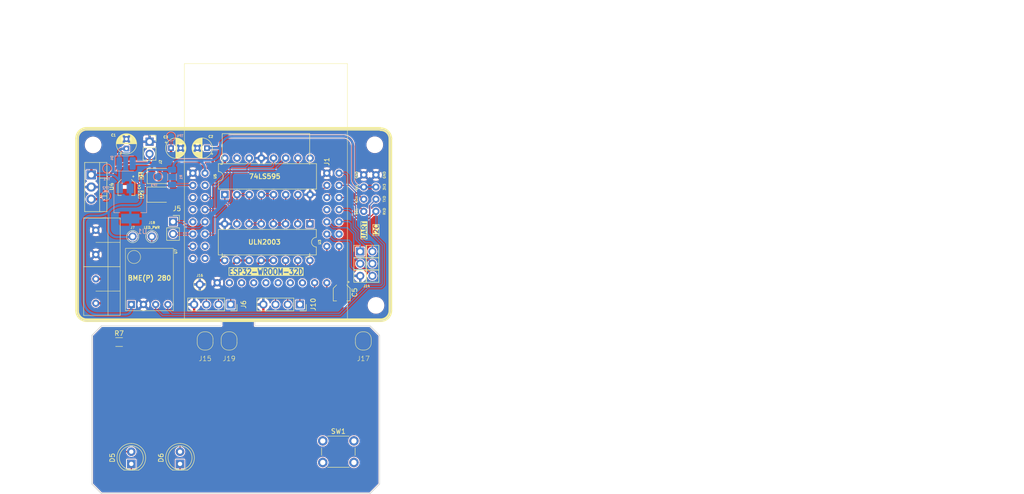
<source format=kicad_pcb>
(kicad_pcb (version 20240108) (generator "pcbnew") (generator_version "8.0")
  (layers (0 "F.Cu" signal) (31 "B.Cu" signal) (34 "B.Paste" user) (35 "F.Paste" user) (36 "B.SilkS" user "B.Silkscreen") (37 "F.SilkS" user "F.Silkscreen") (38 "B.Mask" user) (39 "F.Mask" user) (44 "Edge.Cuts" user))
  (net 0 "")
  (net 1 "GND")
  (net 2 "+3V3")
  (net 3 "+5V")
  (net 4 "/RXD")
  (net 5 "/TXD")
  (net 6 "/SDA")
  (net 7 "/OUT2")
  (net 8 "/SCL")
  (net 9 "/OUT1")
  (net 10 "/EN")
  (net 11 "/SOURCE2")
  (net 12 "/SOURCE1")
  (net 13 "/SOURCE3")
  (net 14 "/VDC")
  (net 15 "/DAC1")
  (net 16 "/DAC2")
  (net 17 "/GPIO13")
  (net 18 "/GPIO19")
  (net 19 "/GPIO17")
  (net 20 "/GPIO5")
  (net 21 "/GPIO18")
  (net 22 "/GPIO36")
  (net 23 "/ADC2_CH3")
  (net 24 "/SD_DATA1")
  (net 25 "/SD_DATA2")
  (net 26 "/SD_CLK")
  (net 27 "/SD_CMD")
  (net 28 "/SD_DATA3")
  (net 29 "/ADC2_CH0")
  (net 30 "/GPIO23")
  (net 31 "/SD_DATA0")
  (net 32 "/ADC2_CH2")
  (net 33 "/BOOT")
  (net 34 "/GPIO39")
  (net 35 "/SOURCE4")
  (net 36 "/SOURCE5")
  (net 37 "/SIPO_DATA")
  (net 38 "/SIPO_CLK")
  (net 40 "/SIPO_LATCH")
  (net 41 "/GPIO14")
  (net 43 "/I3")
  (net 44 "/I6")
  (net 45 "/I7")
  (net 46 "/I5")
  (net 47 "/OUT3")
  (net 48 "/VIN")
  (net 49 "/I1")
  (net 52 "Net-(D5-Pad1)")
  (net 53 "Net-(J15-Pin_1)")
  (net 54 "Net-(J19-Pin_1)")
  (net 55 "/GPIO_33")
  (footprint "Capacitor_THT:CP_Radial_D4.0mm_P2.00mm" (layer "F.Cu") (at 107 44.2 180)
    (property "Reference" "C2")
    (property "Value" "1uF")
  )
  (footprint "LED_SMD:LED_1210_3225Metric_Pad1.42x2.65mm_HandSolder" (layer "F.Cu") (at 96.9525 53.9)
    (property "Reference" "D2")
    (property "Value" "STATUS")
  )
  (footprint "Capacitor_SMD:CP_Elec_3x5.3" (layer "F.Cu") (at 90.2 52.3 -90)
    (property "Reference" "C4")
    (property "Value" "0.1uF")
  )
  (footprint "Resistor_SMD:R_1206_3216Metric_Pad1.30x1.75mm_HandSolder" (layer "F.Cu") (at 88.68 84.65)
    (property "Reference" "R7")
    (property "Value" "4K7")
  )
  (footprint "LED_THT:LED_D5.0mm" (layer "F.Cu") (at 101.38 110.05 90)
    (property "Reference" "D6")
    (property "Value" "LED_STATUS")
  )
  (footprint "Button_Switch_THT:SW_PUSH_6mm" (layer "F.Cu") (at 131.15 105.26)
    (property "Reference" "SW1")
    (property "Value" "SW_Push")
  )
  (footprint "Alexander Footprint Library:Pad_1x01_P2.54_SMD" (layer "F.Cu") (at 111.612 88.598)
    (property "Reference" "J19")
    (property "Value" "LED_PWR")
  )
  (footprint "Alexander Footprints Library:ESP32-WROOM-Adapter-Socket-2" (layer "F.Cu") (at 119.3 57.04)
    (property "Reference" "J1")
    (property "Value" "~")
  )
  (footprint "Alexander Footprint Library:Pad_1x01_P2.54_SMD" (layer "F.Cu") (at 106.612 88.598)
    (property "Reference" "J15")
    (property "Value" "LED_PWR")
  )
  (footprint "MountingHole:MountingHole_3mm" (layer "F.Cu") (at 142 43.5)
    (property "Reference" "H1" (hide yes))
    (property "Value" "MountingHole_Pad")
  )
  (footprint "MountingHole:MountingHole_3mm" (layer "F.Cu") (at 83.25 43.53)
    (property "Reference" "H2" (hide yes))
    (property "Value" "MountingHole_Pad")
  )
  (footprint "Package_DIP:DIP-16_W7.62mm" (layer "F.Cu") (at 128.475 60 -90)
    (property "Reference" "U3")
    (property "Value" "ULN2003")
  )
  (footprint "Alexander Footprints Library:Conn_Terminal_5mm" (layer "F.Cu") (at 83.82 53.69)
    (property "Reference" "J9" (hide yes))
    (property "Value" "Conn_01x02_Socket")
  )
  (footprint "Alexander Footprint Library:Pad_1x01_P2.54_SMD" (layer "F.Cu") (at 139.612 88.598)
    (property "Reference" "J17")
    (property "Value" "GND")
  )
  (footprint "Package_DIP:DIP-16_W7.62mm" (layer "F.Cu") (at 110.725 53.9 90)
    (property "Reference" "U5")
    (property "Value" "74LS595")
  )
  (footprint "Alexander Footprint Library:PinSocket_1x01_P2.54" (layer "F.Cu") (at 91.5 65.19)
    (property "Reference" "J7")
    (property "Value" "LED_PWR")
  )
  (footprint "Connector_PinSocket_2.54mm:PinSocket_1x02_P2.54mm_Vertical" (layer "F.Cu") (at 95.025 42.85)
    (property "Reference" "J2")
    (property "Value" "PWR")
  )
  (footprint "Connector_PinSocket_2.54mm:PinSocket_1x04_P2.54mm_Vertical" (layer "F.Cu") (at 111.94 76.8 -90)
    (property "Reference" "J6")
    (property "Value" "SOURCE")
  )
  (footprint "Connector_PinSocket_2.54mm:PinSocket_1x04_P2.54mm_Vertical" (layer "F.Cu") (at 126.38 76.8 -90)
    (property "Reference" "J10")
    (property "Value" "ADC")
  )
  (footprint "Capacitor_SMD:CP_Elec_3x5.3" (layer "F.Cu") (at 135.1 74.3 -90)
    (property "Reference" "C5")
    (property "Value" "0.1uF")
  )
  (footprint "Capacitor_THT:CP_Radial_D4.0mm_P2.00mm" (layer "F.Cu") (at 99.5 44.2)
    (property "Reference" "C3")
    (property "Value" "1uF")
  )
  (footprint "Alexander Footprint Library:PinSocket_1x01_P2.54" (layer "F.Cu") (at 95.5 65.19)
    (property "Reference" "J18")
    (property "Value" "LED_PWR")
  )
  (footprint "Connector_PinSocket_2.54mm:PinSocket_1x02_P2.54mm_Vertical" (layer "F.Cu") (at 99.925 59.55)
    (property "Reference" "J5")
    (property "Value" "DAC")
  )
  (footprint "Alexander Footprint Library:CONN_2x3" (layer "F.Cu") (at 138.96 60.68)
    (property "Reference" "J14")
    (property "Value" "GPIO")
  )
  (footprint "Alexander Footprints Library:Conn_UART" (layer "F.Cu") (at 139.7 42.15)
    (property "Reference" "J3" (hide yes))
    (property "Value" "UART")
  )
  (footprint "Alexander Footprint Library:PinSocket_1x01_P2.54" (layer "F.Cu") (at 105.5 75.19)
    (property "Reference" "J16")
    (property "Value" "GND")
  )
  (footprint "Capacitor_THT:CP_Radial_D4.0mm_P2.00mm" (layer "F.Cu") (at 90.2 44.3 90)
    (property "Reference" "C1")
    (property "Value" "1uF")
  )
  (footprint "Alexander Footprint Library:BME280_BMP280_I2C" (layer "F.Cu") (at 90 78.1 90)
    (property "Reference" "U7")
    (property "Value" "BME(P)280")
  )
  (footprint "Alexander Footprints Library:LD1117" (layer "F.Cu") (at 82.855 49.77 -90)
    (property "Reference" "U4")
    (property "Value" "L7805")
  )
  (footprint "Alexander Footprints Library:Conn_I2C" (layer "F.Cu") (at 142.24 42.15)
    (property "Reference" "J4" (hide yes))
    (property "Value" "I2C")
  )
  (footprint "LED_THT:LED_D5.0mm" (layer "F.Cu") (at 91.22 110.05 90)
    (property "Reference" "D5")
    (property "Value" "LED_PWR")
  )
  (footprint "LED_SMD:LED_1210_3225Metric_Pad1.42x2.65mm_HandSolder" (layer "F.Cu") (at 97 50)
    (property "Reference" "D1")
    (property "Value" "PWR")
  )
  (footprint "MountingHole:MountingHole_3mm" (layer "F.Cu") (at 142.25 77)
    (property "Reference" "H4" (hide yes))
    (property "Value" "MountingHole_Pad")
  )
  (footprint "Alexander Footprints Library:Conn_Terminal_5mm" (layer "F.Cu") (at 83.82 63.85)
    (property "Reference" "J8" (hide yes))
    (property "Value" "Conn_01x02_Socket")
  )
  (footprint "TestPoint:TestPoint_Pad_D1.5mm" (layer "B.Cu") (at 99.5 41.75 180)
    (property "Reference" "TP4")
    (property "Value" "5V")
  )
  (footprint "TestPoint:TestPoint_Pad_D1.5mm" (layer "B.Cu") (at 96.8 50.15 180)
    (property "Reference" "TP3")
    (property "Value" "3V3")
  )
  (footprint "Resistor_SMD:R_1206_3216Metric_Pad1.30x1.75mm_HandSolder" (layer "B.Cu") (at 99.7 50.25 -90)
    (property "Reference" "R1")
    (property "Value" "10K")
  )
  (footprint "Diode_SMD:D_1210_3225Metric" (layer "B.Cu") (at 90.1 47.4)
    (property "Reference" "D4")
    (property "Value" "D")
  )
  (footprint "TestPoint:TestPoint_Pad_D1.5mm" (layer "B.Cu") (at 86.2 48.45 180)
    (property "Reference" "TP1")
    (property "Value" "VIN")
  )
  (footprint "TestPoint:TestPoint_Pad_D1.5mm" (layer "B.Cu") (at 85.9 54.15 180)
    (property "Reference" "TP2")
    (property "Value" "GND")
  )
  (footprint "Package_TO_SOT_SMD:SOT-223-3_TabPin2" (layer "B.Cu") (at 91 55.75 -90)
    (property "Reference" "U1")
    (property "Value" "MAX1726EUK33")
  )
  (gr_line (start 145.25 42.11421) (end 145.25 78.085782) (stroke (width 0.75)) (layer "F.SilkS"))
  (gr_line (start 81.914218 40.164218) (end 143.08579 40.164218) (stroke (width 0.75)) (layer "F.SilkS"))
  (gr_arc (start 145.25 78.085782) (mid 144.66422 79.500007) (end 143.25 80.085782) (stroke (width 0.75)) (layer "F.SilkS"))
  (gr_line (start 79.914218 42.11421) (end 79.914218 78.085782) (stroke (width 0.75)) (layer "F.SilkS"))
  (gr_arc (start 81.914218 80.085782) (mid 80.499999 79.500001) (end 79.914218 78.085782) (stroke (width 0.75)) (layer "F.SilkS"))
  (gr_arc (start 143.25 40.25) (mid 144.664214 40.835786) (end 145.25 42.25) (stroke (width 0.75)) (layer "F.SilkS"))
  (gr_arc (start 79.914218 42.164218) (mid 80.499999 40.749999) (end 81.914218 40.164218) (stroke (width 0.75)) (layer "F.SilkS"))
  (gr_line (start 81.914214 80.085782) (end 143.085786 80.085782) (stroke (width 0.75)) (layer "F.SilkS"))
  (gr_line (start 141 81.25) (end 143 83.25) (stroke (width 0.15)) (layer "Edge.Cuts"))
  (gr_line (start 82.014214 80.235786) (end 110 80.25) (stroke (width 0.1)) (layer "Edge.Cuts"))
  (gr_line (start 80 42.25) (end 80.014214 78.235786) (stroke (width 0.1)) (layer "Edge.Cuts"))
  (gr_line (start 85 81.25) (end 83 83.25) (stroke (width 0.15)) (layer "Edge.Cuts"))
  (gr_line (start 85 81.25) (end 110 81.25) (stroke (width 0.1)) (layer "Edge.Cuts"))
  (gr_line (start 141 81.25) (end 117 81.25) (stroke (width 0.1)) (layer "Edge.Cuts"))
  (gr_arc (start 143.185786 40.264214) (mid 144.600004 40.849996) (end 145.185786 42.264214) (stroke (width 0.1)) (layer "Edge.Cuts"))
  (gr_line (start 117 80.25) (end 143.185786 80.235786) (stroke (width 0.1)) (layer "Edge.Cuts"))
  (gr_arc (start 82.014214 80.235786) (mid 80.599996 79.650004) (end 80.014214 78.235786) (stroke (width 0.1)) (layer "Edge.Cuts"))
  (gr_line (start 145.185786 42.264214) (end 145.185786 78.235786) (stroke (width 0.1)) (layer "Edge.Cuts"))
  (gr_line (start 83 114.25) (end 85 116.25) (stroke (width 0.15)) (layer "Edge.Cuts"))
  (gr_arc (start 80 42.25) (mid 80.585786 40.835786) (end 82 40.25) (stroke (width 0.1)) (layer "Edge.Cuts"))
  (gr_line (start 143 83.25) (end 143 114.25) (stroke (width 0.15)) (layer "Edge.Cuts"))
  (gr_line (start 141 116.25) (end 85 116.25) (stroke (width 0.15)) (layer "Edge.Cuts"))
  (gr_line (start 83 83.25) (end 83 114.25) (stroke (width 0.15)) (layer "Edge.Cuts"))
  (gr_line (start 110 81.25) (end 110 80.25) (stroke (width 0.1)) (layer "Edge.Cuts"))
  (gr_arc (start 145.185786 78.235786) (mid 144.600004 79.650004) (end 143.185786 80.235786) (stroke (width 0.1)) (layer "Edge.Cuts"))
  (gr_line (start 117 81.25) (end 117 80.25) (stroke (width 0.1)) (layer "Edge.Cuts"))
  (gr_line (start 143.185786 40.264214) (end 82 40.25) (stroke (width 0.1)) (layer "Edge.Cuts"))
  (gr_line (start 143 114.25) (end 141 116.25) (stroke (width 0.15)) (layer "Edge.Cuts"))
  (gr_text "74LS595" (at 119.057143 50.1 0) (layer "F.SilkS") (effects (font (size 1 1) (thickness 0.2) (bold yes))))
  (gr_text "ULN2003" (at 115.5 64.374 0) (layer "F.SilkS") (effects (font (size 1 1) (thickness 0.2) (bold yes)) (justify left bottom)))
  (segment (start 84.21 66) (end 83.82 66.39) (width 0.5) (layer "F.Cu") (net 1))
  (segment (start 101.5 48.103553) (end 101.5 49.573223) (width 0.25) (layer "F.Cu") (net 2))
  (segment (start 105.575735 47.25) (end 102.353553 47.25) (width 0.25) (layer "F.Cu") (net 2))
  (segment (start 106.6 48.274264) (end 106.6 49.42) (width 0.25) (layer "F.Cu") (net 2))
  (segment (start 138.021593 51.871593) (end 137.93 51.78) (width 0.5) (layer "F.Cu") (net 2))
  (segment (start 108.946446 44.2) (end 107 44.2) (width 0.5) (layer "F.Cu") (net 2))
  (segment (start 109.8 43.346446) (end 109.8 43.15) (width 0.5) (layer "F.Cu") (net 2))
  (segment (start 137.4 50.500466) (end 137.4 43.627817) (width 0.5) (layer "F.Cu") (net 2))
  (segment (start 101.073223 50) (end 98.4875 50) (width 0.25) (layer "F.Cu") (net 2))
  (segment (start 139.08 52.31) (end 139.7 52.31) (width 0.5) (layer "F.Cu") (net 2))
  (segment (start 110.188908 42.211091) (end 110.225 42.175) (width 0.5) (layer "F.Cu") (net 2))
  (segment (start 135.522182 41.75) (end 111.25104 41.75) (width 0.5) (layer "F.Cu") (net 2))
  (arc (start 106.3 47.55) (mid 105.967704 47.327967) (end 105.575735 47.25) (width 0.25) (layer "F.Cu") (net 2))
  (arc (start 101.5 49.573223) (mid 101.467513 49.736543) (end 101.375 49.875) (width 0.25) (layer "F.Cu") (net 2))
  (arc (start 111.25104 41.75) (mid 110.695751 41.860453) (end 110.225 42.175) (width 0.5) (layer "F.Cu") (net 2))
  (arc (start 110.188908 42.211091) (mid 109.901073 42.641866) (end 109.8 43.15) (width 0.5) (layer "F.Cu") (net 2))
  (arc (start 138.021593 51.871593) (mid 138.507194 52.196061) (end 139.08 52.31) (width 0.5) (layer "F.Cu") (net 2))
  (arc (start 102.353553 47.25) (mid 102.026912 47.314972) (end 101.75 47.5) (width 0.25) (layer "F.Cu") (net 2))
  (arc (start 109.8 43.346446) (mid 109.735027 43.673087) (end 109.55 43.95) (width 0.5) (layer "F.Cu") (net 2))
  (arc (start 106.3 47.55) (mid 106.522032 47.882295) (end 106.6 48.274264) (width 0.25) (layer "F.Cu") (net 2))
  (arc (start 109.55 43.95) (mid 109.273087 44.135027) (end 108.946446 44.2) (width 0.5) (layer "F.Cu") (net 2))
  (arc (start 136.85 42.3) (mid 137.257059 42.909207) (end 137.4 43.627817) (width 0.5) (layer "F.Cu") (net 2))
  (arc (start 101.75 47.5) (mid 101.564972 47.776912) (end 101.5 48.103553) (width 0.25) (layer "F.Cu") (net 2))
  (arc (start 101.375 49.875) (mid 101.236543 49.967513) (end 101.073223 50) (width 0.25) (layer "F.Cu") (net 2))
  (arc (start 137.4 50.500466) (mid 137.537742 51.192944) (end 137.93 51.78) (width 0.5) (layer "F.Cu") (net 2))
  (arc (start 136.85 42.3) (mid 136.240792 41.89294) (end 135.522182 41.75) (width 0.5) (layer "F.Cu") (net 2))
  (segment (start 96.075 48.7) (end 97.525 48.7) (width 0.5) (layer "B.Cu") (net 2))
  (segment (start 109.408578 44.2) (end 107 44.2) (width 0.5) (layer "B.Cu") (net 2))
  (segment (start 81.3 75.997918) (end 81.3 59.75104) (width 0.5) (layer "B.Cu") (net 2))
  (segment (start 93.3 54.905025) (end 93.3 52.6) (width 0.5) (layer "B.Cu") (net 2))
  (segment (start 100 48.7) (end 100 48.03033) (width 0.5) (layer "B.Cu") (net 2))
  (segment (start 139.13 52.31) (end 139.7 52.31) (width 0.5) (layer "B.Cu") (net 2))
  (segment (start 138.156949 51.906949) (end 138.03 51.78) (width 0.5) (layer "B.Cu") (net 2))
  (segment (start 106.6 48.627817) (end 106.6 49.299791) (width 0.5) (layer "B.Cu") (net 2))
  (segment (start 84.202081 78.9) (end 89.990883 78.9) (width 0.5) (layer "B.Cu") (net 2))
  (segment (start 109.75 43.858578) (end 109.75 44.141421) (width 0.5) (layer "B.Cu") (net 2))
  (segment (start 104.722182 46.75) (end 106.277817 46.75) (width 0.5) (layer "B.Cu") (net 2))
  (segment (start 139.7 52.31) (end 142.24 52.31) (width 0.5) (layer "B.Cu") (net 2))
  (segment (start 137.5 50.500466) (end 137.5 43.883883) (width 0.5) (layer "B.Cu") (net 2))
  (segment (start 88.207106 62.75) (end 91.5 62.75) (width 0.5) (layer "B.Cu") (net 2))
  (segment (start 86.5 61.042893) (end 86.5 57.5) (width 0.5) (layer "B.Cu") (net 2))
  (segment (start 91.22 77.670883) (end 91.22 76.8) (width 0.5) (layer "B.Cu") (net 2))
  (segment (start 89.455634 56.1) (end 92.105025 56.1) (width 0.5) (layer "B.Cu") (net 2))
  (segment (start 96.075 48.7) (end 95.177817 48.7) (width 0.5) (layer "B.Cu") (net 2))
  (segment (start 104.722182 46.75) (end 101.28033 46.75) (width 0.5) (layer "B.Cu") (net 2))
  (segment (start 109.149999 46.149999) (end 109.201992 46.098007) (width 0.5) (layer "B.Cu") (net 2))
  (segment (start 96.8 49.425) (end 96.8 50.15) (width 0.25) (layer "B.Cu") (net 2))
  (segment (start 109.75 43.625) (end 109.75 43.858578) (width 0.5) (layer "B.Cu") (net 2))
  (segment (start 106.277817 46.75) (end 107.701471 46.75) (width 0.5) (layer "B.Cu") (net 2))
  (segment (start 110.015165 42.984834) (end 110.5 42.5) (width 0.5) (layer "B.Cu") (net 2))
  (segment (start 93.3 52.6) (end 93.3 50.577817) (width 0.5) (layer "B.Cu") (net 2))
  (segment (start 82.75104 58.3) (end 84.144365 58.3) (width 0.5) (layer "B.Cu") (net 2))
  (segment (start 106.685 49.335) (end 106.77 49.25) (width 0.5) (layer "B.Cu") (net 2))
  (segment (start 109.75 44.775) (end 109.75 44.141421) (width 0.5) (layer "B.Cu") (net 2))
  (segment (start 112.31066 41.75) (end 135.366116 41.75) (width 0.5) (layer "B.Cu") (net 2))
  (segment (start 100 48.7) (end 97.525 48.7) (width 0.5) (layer "B.Cu") (net 2))
  (arc (start 136.875 42.375) (mid 137.337567 43.067281) (end 137.5 43.883883) (width 0.5) (layer "B.Cu") (net 2))
  (arc (start 137.5 50.500466) (mid 137.637742 51.192944) (end 138.03 51.78) (width 0.5) (layer "B.Cu") (net 2))
  (arc (start 93.3 54.905025) (mid 93.209037 55.362322) (end 92.95 55.75) (width 0.5) (layer "B.Cu") (net 2))
  (arc (start 86.8 57.2) (mid 85.581584 58.014119) (end 84.144365 58.3) (width 0.5) (layer "B.Cu") (net 2))
  (arc (start 106.6 49.299791) (mid 106.630737 49.345793) (end 106.685 49.335) (width 0.5) (layer "B.Cu") (net 2))
  (arc (start 89.455634 56.1) (mid 88.018415 56.38588) (end 86.8 57.2) (width 0.5) (layer "B.Cu") (net 2))
  (arc (start 86.5 61.042893) (mid 86.629945 61.696174) (end 87 62.25) (width 0.5) (layer "B.Cu") (net 2))
  (arc (start 82.75104 58.3) (mid 82.195751 58.410453) (end 81.725 58.725) (width 0.5) (layer "B.Cu") (net 2))
  (arc (start 92.95 55.75) (mid 92.562322 56.009037) (end 92.105025 56.1) (width 0.5) (layer "B.Cu") (net 2))
  (arc (start 95.177817 48.7) (mid 94.459207 48.84294) (end 93.85 49.25) (width 0.5) (layer "B.Cu") (net 2))
  (arc (start 96.8 49.425) (mid 96.587652 48.912347) (end 96.075 48.7) (width 0.25) (layer "B.Cu") (net 2))
  (arc (start 82.15 78.05) (mid 83.091502 78.679092) (end 84.202081 78.9) (width 0.5) (layer "B.Cu") (net 2))
  (arc (start 110.015165 42.984834) (mid 109.818914 43.278544) (end 109.75 43.625) (width 0.5) (layer "B.Cu") (net 2))
  (arc (start 109.75 44.141421) (mid 109.713838 44.087301) (end 109.65 44.1) (width 0.5) (layer "B.Cu") (net 2))
  (arc (start 136.875 42.375) (mid 136.182718 41.912432) (end 135.366116 41.75) (width 0.5) (layer "B.Cu") (net 2))
  (arc (start 93.85 49.25) (mid 93.44294 49.859207) (end 93.3 50.577817) (width 0.5) (layer "B.Cu") (net 2))
  (arc (start 90.86 78.54) (mid 90.461245 78.806439) (end 89.990883 78.9) (width 0.5) (layer "B.Cu") (net 2))
  (arc (start 109.65 44.1) (mid 109.539234 44.17401) (end 109.408578 44.2) (width 0.5) (layer "B.Cu") (net 2))
  (arc (start 87 62.25) (mid 87.553825 62.620054) (end 88.207106 62.75) (width 0.5) (layer "B.Cu") (net 2))
  (arc (start 81.725 58.725) (mid 81.410453 59.195751) (end 81.3 59.75104) (width 0.5) (layer "B.Cu") (net 2))
  (arc (start 106.05 47.3) (mid 105.440792 46.89294) (end 104.722182 46.75) (width 0.5) (layer "B.Cu") (net 2))
  (arc (start 138.156949 51.906949) (mid 138.603388 52.20525) (end 139.13 52.31) (width 0.5) (layer "B.Cu") (net 2))
  (arc (start 101.28033 46.75) (mid 100.790368 46.847459) (end 100.375 47.125) (width 0.5) (layer "B.Cu") (net 2))
  (arc (start 106.05 47.3) (mid 106.457059 47.909207) (end 106.6 48.627817) (width 0.5) (layer "B.Cu") (net 2))
  (arc (start 106.277817 46.75) (mid 105.980159 46.948888) (end 106.05 47.3) (width 0.5) (layer "B.Cu") (net 2))
  (arc (start 91.22 77.670883) (mid 91.126439 78.141245) (end 90.86 78.54) (width 0.5) (layer "B.Cu") (net 2))
  (arc (start 109.75 44.775) (mid 109.607577 45.491006) (end 109.201992 46.098007) (width 0.5) (layer "B.Cu") (net 2))
  (arc (start 109.65 44.1) (mid 109.72401 43.989234) (end 109.75 43.858578) (width 0.5) (layer "B.Cu") (net 2))
  (arc (start 112.31066 41.75) (mid 111.330737 41.944918) (end 110.5 42.5) (width 0.5) (layer "B.Cu") (net 2))
  (arc (start 100.375 47.125) (mid 100.097459 47.540368) (end 100 48.03033) (width 0.5) (layer "B.Cu") (net 2))
  (arc (start 109.149999 46.149999) (mid 108.485409 46.594064) (end 107.701471 46.75) (width 0.5) (layer "B.Cu") (net 2))
  (arc (start 81.3 75.997918) (mid 81.520907 77.108496) (end 82.15 78.05) (width 0.5) (layer "B.Cu") (net 2))
  (segment (start 99.5 45.693413) (end 99.5 44.2) (width 0.5) (layer "F.Cu") (net 3))
  (segment (start 110.512652 48.95) (end 109.487347 48.95) (width 0.5) (layer "F.Cu") (net 3))
  (segment (start 98.6375 46.9625) (end 99.2125 46.3875) (width 0.5) (layer "F.Cu") (net 3))
  (segment (start 110.725 47.712347) (end 110.725 46.28) (width 0.5) (layer "F.Cu") (net 3))
  (segment (start 125.341906 48.95) (end 110.512652 48.95) (width 0.5) (layer "F.Cu") (net 3))
  (segment (start 108.3 49.803553) (end 108.3 65.537329) (width 0.5) (layer "F.Cu") (net 3))
  (segment (start 84.648959 54.85) (end 82.855 54.85) (width 0.5) (layer "F.Cu") (net 3))
  (segment (start 108.3 49.803553) (end 108.3 49.096446) (width 0.5) (layer "F.Cu") (net 3))
  (segment (start 91.306675 47.25) (end 97.943413 47.25) (width 0.5) (layer "F.Cu") (net 3))
  (segment (start 86.1 52.15) (end 86.1 53.398959) (width 0.5) (layer "F.Cu") (net 3))
  (segment (start 107.608621 46.675) (end 99.331586 46.675) (width 0.5) (layer "F.Cu") (net 3))
  (segment (start 108.3 49.096446) (end 108.3 47.366378) (width 0.5) (layer "F.Cu") (net 3))
  (segment (start 109.104574 67.204574) (end 108.91 67.01) (width 0.5) (layer "F.Cu") (net 3))
  (segment (start 110.1075 67.62) (end 110.695 67.62) (width 0.5) (layer "F.Cu") (net 3))
  (segment (start 87.408147 48.991852) (end 87.625 48.775) (width 0.5) (layer "F.Cu") (net 3))
  (segment (start 125.965 48.326906) (end 125.965 46.28) (width 0.5) (layer "F.Cu") (net 3))
  (segment (start 109.487347 48.95) (end 109.153553 48.95) (width 0.5) (layer "F.Cu") (net 3))
  (arc (start 108.0975 46.8775) (mid 108.247371 47.101799) (end 108.3 47.366378) (width 0.5) (layer "F.Cu") (net 3))
  (arc (start 108.3 65.537329) (mid 108.458533 66.334332) (end 108.91 67.01) (width 0.5) (layer "F.Cu") (net 3))
  (arc (start 109.487347 48.95) (mid 109.960976 48.855789) (end 110.3625 48.5875) (width 0.5) (layer "F.Cu") (net 3))
  (arc (start 99.2125 46.3875) (mid 99.175992 46.571035) (end 99.331586 46.675) (width 0.5) (layer "F.Cu") (net 3))
  (arc (start 108.0975 46.8775) (mid 107.8732 46.727628) (end 107.608621 46.675) (width 0.5) (layer "F.Cu") (net 3))
  (arc (start 86.1 53.398959) (mid 85.989546 53.954248) (end 85.675 54.425) (width 0.5) (layer "F.Cu") (net 3))
  (arc (start 109.104574 67.204574) (mid 109.56472 67.512034) (end 110.1075 67.62) (width 0.5) (layer "F.Cu") (net 3))
  (arc (start 108.55 49.2) (mid 108.364972 49.476912) (end 108.3 49.803553) (width 0.5) (layer "F.Cu") (net 3))
  (arc (start 87.408147 48.991852) (mid 86.439976 50.440822) (end 86.1 52.15) (width 0.5) (layer "F.Cu") (net 3))
  (arc (start 85.675 54.425) (mid 85.204248 54.739546) (end 84.648959 54.85) (width 0.5) (layer "F.Cu") (net 3))
  (arc (start 110.3625 48.5875) (mid 110.316468 48.818914) (end 110.512652 48.95) (width 0.5) (layer "F.Cu") (net 3))
  (arc (start 98.6375 46.9625) (mid 98.31905 47.175281) (end 97.943413 47.25) (width 0.5) (layer "F.Cu") (net 3))
  (arc (start 110.725 47.712347) (mid 110.630789 48.185976) (end 110.3625 48.5875) (width 0.5) (layer "F.Cu") (net 3))
  (arc (start 108.3 49.096446) (mid 108.390403 49.231745) (end 108.55 49.2) (width 0.5) (layer "F.Cu") (net 3))
  (arc (start 91.306675 47.25) (mid 89.314166 47.646334) (end 87.625 48.775) (width 0.5) (layer "F.Cu") (net 3))
  (arc (start 109.153553 48.95) (mid 108.826912 49.014972) (end 108.55 49.2) (width 0.5) (layer "F.Cu") (net 3))
  (arc (start 99.331586 46.675) (mid 98.955949 46.749718) (end 98.6375 46.9625) (width 0.5) (layer "F.Cu") (net 3))
  (arc (start 125.7825 48.7675) (mid 125.580353 48.902569) (end 125.341906 48.95) (width 0.5) (layer "F.Cu") (net 3))
  (arc (start 99.5 45.693413) (mid 99.425281 46.06905) (end 99.2125 46.3875) (width 0.5) (layer "F.Cu") (net 3))
  (arc (start 125.965 48.326906) (mid 125.917569 48.565353) (end 125.7825 48.7675) (width 0.5) (layer "F.Cu") (net 3))
  (segment (start 99.5 42.25) (end 99.5 44.2) (width 0.25) (layer "B.Cu") (net 3))
  (segment (start 139.7 57.35) (end 139.7 57.39) (width 0.25) (layer "F.Cu") (net 4))
  (segment (start 133.25 53.25) (end 135.6 53.25) (width 0.25) (layer "F.Cu") (net 4))
  (segment (start 135.6 53.25) (end 139.7 57.35) (width 0.25) (layer "F.Cu") (net 4))
  (segment (start 132 54.5) (end 133.25 53.25) (width 0.25) (layer "F.Cu") (net 4))
  (segment (start 140.3 57.45) (end 139.3 57.45) (width 0.25) (layer "F.Cu") (net 4))
  (segment (start 136.61 51.96) (end 134.54 51.96) (width 0.25) (layer "F.Cu") (net 5))
  (segment (start 134.74 51.79) (end 134.62 51.91) (width 0.25) (layer "F.Cu") (net 5))
  (segment (start 139.5 54.85) (end 136.61 51.96) (width 0.25) (layer "F.Cu") (net 5))
  (segment (start 139.7 54.85) (end 139.5 54.85) (width 0.25) (layer "F.Cu") (net 5))
  (segment (start 138.59 58.55) (end 140.4 58.55) (width 0.25) (layer "F.Cu") (net 6))
  (segment (start 136.213604 54.5) (end 138 56.286396) (width 0.25) (layer "F.Cu") (net 6))
  (segment (start 138 57.96) (end 138.59 58.55) (width 0.25) (layer "F.Cu") (net 6))
  (segment (start 140.9 56.19) (end 142.24 54.85) (width 0.25) (layer "F.Cu") (net 6))
  (segment (start 140.9 58.05) (end 140.9 56.19) (width 0.25) (layer "F.Cu") (net 6))
  (segment (start 134.54 54.5) (end 136.213604 54.5) (width 0.25) (layer "F.Cu") (net 6))
  (segment (start 138 56.286396) (end 138 57.96) (width 0.25) (layer "F.Cu") (net 6))
  (segment (start 142.24 54.85) (end 142.24 55.51) (width 0.25) (layer "F.Cu") (net 6))
  (segment (start 140.4 58.55) (end 140.9 58.05) (width 0.25) (layer "F.Cu") (net 6))
  (segment (start 99.75 78.65) (end 134.55 78.65) (width 0.25) (layer "B.Cu") (net 6))
  (segment (start 141 61.9) (end 141 56.09) (width 0.25) (layer "B.Cu") (net 6))
  (segment (start 134.55 78.65) (end 140.418198 72.781802) (width 0.25) (layer "B.Cu") (net 6))
  (segment (start 143.55 64.45) (end 141 61.9) (width 0.25) (layer "B.Cu") (net 6))
  (segment (start 98.84 76.8) (end 98.84 77.74) (width 0.25) (layer "B.Cu") (net 6))
  (segment (start 143.281802 72.781802) (end 143.55 72.513604) (width 0.25) (layer "B.Cu") (net 6))
  (segment (start 143.55 72.513604) (end 143.55 64.45) (width 0.25) (layer "B.Cu") (net 6))
  (segment (start 140.418198 72.781802) (end 143.281802 72.781802) (width 0.25) (layer "B.Cu") (net 6))
  (segment (start 141 56.09) (end 142.24 54.85) (width 0.25) (layer "B.Cu") (net 6))
  (segment (start 98.84 77.74) (end 99.75 78.65) (width 0.25) (layer "B.Cu") (net 6))
  (segment (start 137.55 58.146396) (end 138.403604 59) (width 0.25) (layer "F.Cu") (net 8))
  (segment (start 131.5 55.75) (end 136.75 55.75) (width 0.25) (layer "F.Cu") (net 8))
  (segment (start 140.63 59) (end 142.24 57.39) (width 0.25) (layer "F.Cu") (net 8))
  (segment (start 136.75 55.75) (end 137.55 56.55) (width 0.25) (layer "F.Cu") (net 8))
  (segment (start 137.55 56.55) (end 137.55 58.146396) (width 0.25) (layer "F.Cu") (net 8))
  (segment (start 130.745 54.995) (end 131.5 55.75) (width 0.25) (layer "F.Cu") (net 8))
  (segment (start 130.745 53.245) (end 130.745 54.995) (width 0.25) (layer "F.Cu") (net 8))
  (segment (start 132.08 51.91) (end 130.745 53.245) (width 0.25) (layer "F.Cu") (net 8))
  (segment (start 138.403604 59) (end 140.63 59) (width 0.25) (layer "F.Cu") (net 8))
  (segment (start 134.8 79.1) (end 140.6 73.3) (width 0.25) (layer "B.Cu") (net 8))
  (segment (start 96.3 76.8) (end 96.3 77.7) (width 0.25) (layer "B.Cu") (net 8))
  (segment (start 144 72.7) (end 144 64.263604) (width 0.25) (layer "B.Cu") (net 8))
  (segment (start 96.3 77.7) (end 97.7 79.1) (width 0.25) (layer "B.Cu") (net 8))
  (segment (start 142.24 62.503604) (end 142.24 57.39) (width 0.25) (layer "B.Cu") (net 8))
  (segment (start 144 64.263604) (end 142.24 62.503604) (width 0.25) (layer "B.Cu") (net 8))
  (segment (start 143.4 73.3) (end 144 72.7) (width 0.25) (layer "B.Cu") (net 8))
  (segment (start 140.6 73.3) (end 143.4 73.3) (width 0.25) (layer "B.Cu") (net 8))
  (segment (start 97.7 79.1) (end 134.8 79.1) (width 0.25) (layer "B.Cu") (net 8))
  (segment (start 93.21 51.96) (end 92.05 50.8) (width 0.25) (layer "F.Cu") (net 10))
  (segment (start 104.06 51.96) (end 93.21 51.96) (width 0.25) (layer "F.Cu") (net 10))
  (segment (start 92.05 50.8) (end 90.2 50.8) (width 0.25) (layer "F.Cu") (net 10))
  (segment (start 103.72 52.3) (end 104.06 51.96) (width 0.25) (layer "F.Cu") (net 10))
  (segment (start 100 51.8) (end 103.9 51.8) (width 0.25) (layer "B.Cu") (net 10))
  (segment (start 103.9 51.8) (end 104.06 51.96) (width 0.25) (layer "B.Cu") (net 10))
  (segment (start 113.235 67.62) (end 115.775 67.62) (width 0.5) (layer "F.Cu") (net 11))
  (segment (start 99 73.1) (end 102.7 69.4) (width 0.5) (layer "F.Cu") (net 11))
  (segment (start 86.37 71.47) (end 88 73.1) (width 0.5) (layer "F.Cu") (net 11))
  (segment (start 102.7 69.4) (end 111.455 69.4) (width 0.5) (layer "F.Cu") (net 11))
  (segment (start 88 73.1) (end 99 73.1) (width 0.5) (layer "F.Cu") (net 11))
  (segment (start 83.82 71.47) (end 86.37 71.47) (width 0.5) (layer "F.Cu") (net 11))
  (segment (start 111.455 69.4) (end 113.235 67.62) (width 0.5) (layer "F.Cu") (net 11))
  (segment (start 86.275 76.55) (end 88.075 74.75) (width 0.5) (layer "F.Cu") (net 12))
  (segment (start 104.4 70.1) (end 115.835 70.1) (width 0.5) (layer "F.Cu") (net 12))
  (segment (start 99.75 74.75) (end 104.4 70.1) (width 0.5) (layer "F.Cu") (net 12))
  (segment (start 118.315 67.62) (end 120.855 67.62) (width 0.5) (layer "F.Cu") (net 12))
  (segment (start 83.82 76.55) (end 86.275 76.55) (width 0.5) (layer "F.Cu") (net 12))
  (segment (start 115.835 70.1) (end 118.315 67.62) (width 0.5) (layer "F.Cu") (net 12))
  (segment (start 88.075 74.75) (end 99.75 74.75) (width 0.5) (layer "F.Cu") (net 12))
  (segment (start 128.475 67.62) (end 128.475 68.825) (width 0.25) (layer "F.Cu") (net 13))
  (segment (start 125.7 72.8) (end 124.55 73.95) (width 0.25) (layer "F.Cu") (net 13))
  (segment (start 111.94 75.26) (end 111.94 76.8) (width 0.25) (layer "F.Cu") (net 13))
  (segment (start 124.55 73.95) (end 118.622792 73.95) (width 0.25) (layer "F.Cu") (net 13))
  (segment (start 128.475 68.825) (end 125.7 71.6) (width 0.25) (layer "F.Cu") (net 13))
  (segment (start 125.7 71.6) (end 125.7 72.8) (width 0.25) (layer "F.Cu") (net 13))
  (segment (start 117.872792 74.7) (end 112.5 74.7) (width 0.25) (layer "F.Cu") (net 13))
  (segment (start 112.5 74.7) (end 111.94 75.26) (width 0.25) (layer "F.Cu") (net 13))
  (segment (start 118.622792 73.95) (end 117.872792 74.7) (width 0.25) (layer "F.Cu") (net 13))
  (segment (start 95.025 46.674479) (end 95.025 45.39) (width 0.5) (layer "B.Cu") (net 14))
  (segment (start 94.299479 47.4) (end 91.5 47.4) (width 0.5) (layer "B.Cu") (net 14))
  (arc (start 95.025 46.674479) (mid 94.969773 46.952124) (end 94.8125 47.1875) (width 0.5) (layer "B.Cu") (net 14))
  (arc (start 94.8125 47.1875) (mid 94.577124 47.344773) (end 94.299479 47.4) (width 0.5) (layer "B.Cu") (net 14))
  (segment (start 105.38 60.8) (end 103.1 60.8) (width 0.25) (layer "B.Cu") (net 15))
  (segment (start 106.6 59.58) (end 105.38 60.8) (width 0.25) (layer "B.Cu") (net 15))
  (segment (start 103.1 60.8) (end 101.85 59.55) (width 0.25) (layer "B.Cu") (net 15))
  (segment (start 101.85 59.55) (end 99.925 59.55) (width 0.25) (layer "B.Cu") (net 15))
  (segment (start 104.06 62.12) (end 99.955 62.12) (width 0.25) (layer "B.Cu") (net 16))
  (segment (start 104.03 62.09) (end 104.06 62.12) (width 0.25) (layer "B.Cu") (net 16))
  (segment (start 99.955 62.12) (end 99.925 62.09) (width 0.25) (layer "B.Cu") (net 16))
  (segment (start 138.5 63.1) (end 138.5 61.727208) (width 0.25) (layer "B.Cu") (net 18))
  (segment (start 137.5 60.727208) (end 137.5 57.8) (width 0.25) (layer "B.Cu") (net 18))
  (segment (start 138.5 61.727208) (end 137.5 60.727208) (width 0.25) (layer "B.Cu") (net 18))
  (segment (start 140.2 67) (end 140.2 64.8) (width 0.25) (layer "B.Cu") (net 18))
  (segment (start 141.5 68.3) (end 140.2 67) (width 0.25) (layer "B.Cu") (net 18))
  (segment (start 136.69 56.99) (end 134.62 56.99) (width 0.25) (layer "B.Cu") (net 18))
  (segment (start 140.2 64.8) (end 138.5 63.1) (width 0.25) (layer "B.Cu") (net 18))
  (segment (start 137.5 57.8) (end 136.69 56.99) (width 0.25) (layer "B.Cu") (net 18))
  (segment (start 141.5 70.84) (end 140.16 69.5) (width 0.25) (layer "B.Cu") (net 19))
  (segment (start 137.7 69.5) (end 137.1 68.9) (width 0.25) (layer "B.Cu") (net 19))
  (segment (start 140.16 69.5) (end 137.7 69.5) (width 0.25) (layer "B.Cu") (net 19))
  (segment (start 137.1 68.9) (end 137.1 63.84) (width 0.25) (layer "B.Cu") (net 19))
  (segment (start 133.41 63.4) (end 132.08 62.07) (width 0.25) (layer "B.Cu") (net 19))
  (segment (start 137.1 63.84) (end 136.66 63.4) (width 0.25) (layer "B.Cu") (net 19))
  (segment (start 136.66 63.4) (end 133.41 63.4) (width 0.25) (layer "B.Cu") (net 19))
  (segment (start 138.05 61.913604) (end 137.05 60.913604) (width 0.25) (layer "B.Cu") (net 20))
  (segment (start 137.05 60.913604) (end 137.05 59.95) (width 0.25) (layer "B.Cu") (net 20))
  (segment (start 136.63 59.53) (end 134.62 59.53) (width 0.25) (layer "B.Cu") (net 20))
  (segment (start 138.96 65.76) (end 138.96 64.196396) (width 0.25) (layer "B.Cu") (net 20))
  (segment (start 138.96 64.196396) (end 138.05 63.286396) (width 0.25) (layer "B.Cu") (net 20))
  (segment (start 138.05 63.286396) (end 138.05 61.913604) (width 0.25) (layer "B.Cu") (net 20))
  (segment (start 137.05 59.95) (end 136.63 59.53) (width 0.25) (layer "B.Cu") (net 20))
  (segment (start 138.96 68.3) (end 137.6 66.94) (width 0.25) (layer "B.Cu") (net 21))
  (segment (start 136.3 60.8) (end 133.35 60.8) (width 0.25) (layer "B.Cu") (net 21))
  (segment (start 137.6 66.94) (end 137.6 62.1) (width 0.25) (layer "B.Cu") (net 21))
  (segment (start 137.6 62.1) (end 136.3 60.8) (width 0.25) (layer "B.Cu") (net 21))
  (segment (start 133.35 60.8) (end 132.08 59.53) (width 0.25) (layer "B.Cu") (net 21))
  (segment (start 128.85 74.05) (end 129.46 73.44) (width 0.25) (layer "F.Cu") (net 23))
  (segment (start 125.722792 74.05) (end 128.85 74.05) (width 0.25) (layer "F.Cu") (net 23))
  (segment (start 129.46 73.44) (end 129.46 72.28) (width 0.25) (layer "F.Cu") (net 23))
  (segment (start 123.84 76.8) (end 123.84 75.56) (width 0.25) (layer "F.Cu") (net 23))
  (segment (start 123.84 75.56) (end 124.55 74.85) (width 0.25) (layer "F.Cu") (net 23))
  (segment (start 124.922792 74.85) (end 125.722792 74.05) (width 0.25) (layer "F.Cu") (net 23))
  (segment (start 124.55 74.85) (end 124.922792 74.85) (width 0.25) (layer "F.Cu") (net 23))
  (segment (start 121.3 75.2) (end 122.1 74.4) (width 0.25) (layer "F.Cu") (net 29))
  (segment (start 124.736396 74.4) (end 125.536396 73.6) (width 0.25) (layer "F.Cu") (net 29))
  (segment (start 125.536396 73.6) (end 127.5 73.6) (width 0.25) (layer "F.Cu") (net 29))
  (segment (start 132 67.2) (end 132 64.66) (width 0.25) (layer "F.Cu") (net 29))
  (segment (start 127.5 73.6) (end 128.2 72.9) (width 0.25) (layer "F.Cu") (net 29))
  (segment (start 128.2 71) (end 132 67.2) (width 0.25) (layer "F.Cu") (net 29))
  (segment (start 122.1 74.4) (end 124.736396 74.4) (width 0.25) (layer "F.Cu") (net 29))
  (segment (start 128.2 72.9) (end 128.2 71) (width 0.25) (layer "F.Cu") (net 29))
  (segment (start 121.3 76.8) (end 121.3 75.2) (width 0.25) (layer "F.Cu") (net 29))
  (segment (start 138.95 61.540812) (end 137.95 60.540812) (width 0.25) (layer "B.Cu") (net 30))
  (segment (start 136.4 51.7) (end 136.4 49.9) (width 0.25) (layer "B.Cu") (net 30))
  (segment (start 135.92 49.42) (end 134.54 49.42) (width 0.25) (layer "B.Cu") (net 30))
  (segment (start 138.95 62.913604) (end 138.95 61.540812) (width 0.25) (layer "B.Cu") (net 30))
  (segment (start 135.1 49.85) (end 134.62 49.37) (width 0.25) (layer "B.Cu") (net 30))
  (segment (start 137.95 60.540812) (end 137.95 53.25) (width 0.25) (layer "B.Cu") (net 30))
  (segment (start 141.1 63.9) (end 139.936396 63.9) (width 0.25) (layer "B.Cu") (net 30))
  (segment (start 141.5 64.3) (end 141.1 63.9) (width 0.25) (layer "B.Cu") (net 30))
  (segment (start 141.5 65.76) (end 141.5 64.3) (width 0.25) (layer "B.Cu") (net 30))
  (segment (start 137.95 53.25) (end 136.4 51.7) (width 0.25) (layer "B.Cu") (net 30))
  (segment (start 139.936396 63.9) (end 138.95 62.913604) (width 0.25) (layer "B.Cu") (net 30))
  (segment (start 136.4 49.9) (end 135.92 49.42) (width 0.25) (layer "B.Cu") (net 30))
  (segment (start 126.38 75.12) (end 127 74.5) (width 0.25) (layer "F.Cu") (net 32))
  (segment (start 132 73.9) (end 132 72.28) (width 0.25) (layer "F.Cu") (net 32))
  (segment (start 127 74.5) (end 131.4 74.5) (width 0.25) (layer "F.Cu") (net 32))
  (segment (start 131.4 74.5) (end 132 73.9) (width 0.25) (layer "F.Cu") (net 32))
  (segment (start 126.38 76.8) (end 126.38 75.12) (width 0.25) (layer "F.Cu") (net 32))
  (segment (start 134.77 64.89) (end 134.54 64.66) (width 0.25) (layer "F.Cu") (net 33))
  (segment (start 134.54 65.84) (end 135.1 66.4) (width 0.25) (layer "F.Cu") (net 33))
  (segment (start 135.1 66.4) (end 135.1 72.8) (width 0.25) (layer "F.Cu") (net 33))
  (segment (start 134.5 64.7) (end 134.54 64.66) (width 0.25) (layer "F.Cu") (net 33))
  (segment (start 134.54 64.66) (end 134.54 65.84) (width 0.25) (layer "F.Cu") (net 33))
  (segment (start 125.935 67.62) (end 125.935 68.865) (width 0.25) (layer "F.Cu") (net 35))
  (segment (start 117.686396 74.25) (end 110.25 74.25) (width 0.25) (layer "F.Cu") (net 35))
  (segment (start 118.436396 73.5) (end 117.686396 74.25) (width 0.25) (layer "F.Cu") (net 35))
  (segment (start 109.4 75.1) (end 109.4 76.8) (width 0.25) (layer "F.Cu") (net 35))
  (segment (start 125.935 68.865) (end 123.2 71.6) (width 0.25) (layer "F.Cu") (net 35))
  (segment (start 123.2 72.7) (end 122.4 73.5) (width 0.25) (layer "F.Cu") (net 35))
  (segment (start 123.2 71.6) (end 123.2 72.7) (width 0.25) (layer "F.Cu") (net 35))
  (segment (start 122.4 73.5) (end 118.436396 73.5) (width 0.25) (layer "F.Cu") (net 35))
  (segment (start 110.25 74.25) (end 109.4 75.1) (width 0.25) (layer "F.Cu") (net 35))
  (segment (start 123.395 69.405) (end 121.9 70.9) (width 0.25) (layer "F.Cu") (net 36))
  (segment (start 118.1 73.2) (end 117.5 73.8) (width 0.25) (layer "F.Cu") (net 36))
  (segment (start 106.86 74.84) (end 106.86 76.8) (width 0.25) (layer "F.Cu") (net 36))
  (segment (start 121.9 70.9) (end 118.7 70.9) (width 0.25) (layer "F.Cu") (net 36))
  (segment (start 118.1 71.5) (end 118.1 73.2) (width 0.25) (layer "F.Cu") (net 36))
  (segment (start 123.395 67.62) (end 123.395 69.405) (width 0.25) (layer "F.Cu") (net 36))
  (segment (start 107.9 73.8) (end 106.86 74.84) (width 0.25) (layer "F.Cu") (net 36))
  (segment (start 118.7 70.9) (end 118.1 71.5) (width 0.25) (layer "F.Cu") (net 36))
  (segment (start 117.5 73.8) (end 107.9 73.8) (width 0.25) (layer "F.Cu") (net 36))
  (segment (start 108.2 52.25) (end 112.25 48.2) (width 0.25) (layer "B.Cu") (net 37))
  (segment (start 108.2 54.25) (end 108.2 52.25) (width 0.25) (layer "B.Cu") (net 37))
  (segment (start 115.1 48.2) (end 115.805 47.495) (width 0.25) (layer "B.Cu") (net 37))
  (segment (start 106.6 54.5) (end 107.95 54.5) (width 0.25) (layer "B.Cu") (net 37))
  (segment (start 112.25 48.2) (end 115.1 48.2) (width 0.25) (layer "B.Cu") (net 37))
  (segment (start 115.805 47.495) (end 115.805 46.28) (width 0.25) (layer "B.Cu") (net 37))
  (segment (start 107.95 54.5) (end 108.2 54.25) (width 0.25) (layer "B.Cu") (net 37))
  (segment (start 108.23 62.12) (end 108.5 61.85) (width 0.25) (layer "B.Cu") (net 38))
  (segment (start 108.5 61.85) (end 108.5 58.75) (width 0.25) (layer "B.Cu") (net 38))
  (segment (start 112 55.25) (end 112 49.75) (width 0.25) (layer "B.Cu") (net 38))
  (segment (start 121.005 48.7) (end 123.425 46.28) (width 0.25) (layer "B.Cu") (net 38))
  (segment (start 108.5 58.75) (end 112 55.25) (width 0.25) (layer "B.Cu") (net 38))
  (segment (start 115.886396 48.7) (end 121.005 48.7) (width 0.25) (layer "B.Cu") (net 38))
  (segment (start 115.386396 49.2) (end 115.886396 48.7) (width 0.25) (layer "B.Cu") (net 38))
  (segment (start 106.6 62.12) (end 108.23 62.12) (width 0.25) (layer "B.Cu") (net 38))
  (segment (start 112 49.75) (end 112.55 49.2) (width 0.25) (layer "B.Cu") (net 38))
  (segment (start 112.55 49.2) (end 115.386396 49.2) (width 0.25) (layer "B.Cu") (net 38))
  (segment (start 115.7 48.25) (end 120.5 48.25) (width 0.25) (layer "B.Cu") (net 40))
  (segment (start 120.5 48.25) (end 120.885 47.865) (width 0.25) (layer "B.Cu") (net 40))
  (segment (start 108.7 52.413604) (end 112.363604 48.75) (width 0.25) (layer "B.Cu") (net 40))
  (segment (start 120.885 47.865) (end 120.885 46.28) (width 0.25) (layer "B.Cu") (net 40))
  (segment (start 112.363604 48.75) (end 115.2 48.75) (width 0.25) (layer "B.Cu") (net 40))
  (segment (start 108.7 56.45) (end 108.7 52.413604) (width 0.25) (layer "B.Cu") (net 40))
  (segment (start 115.2 48.75) (end 115.7 48.25) (width 0.25) (layer "B.Cu") (net 40))
  (segment (start 108.11 57.04) (end 108.7 56.45) (width 0.25) (layer "B.Cu") (net 40))
  (segment (start 106.6 57.04) (end 108.11 57.04) (width 0.25) (layer "B.Cu") (net 40))
  (segment (start 104.06 64.66) (end 103.2 64.66) (width 0.25) (layer "F.Cu") (net 41))
  (segment (start 102.4 54.35) (end 102.4 63.95) (width 0.25) (layer "F.Cu") (net 41))
  (segment (start 103.11 64.66) (end 102.4 63.95) (width 0.25) (layer "F.Cu") (net 41))
  (segment (start 98.44 53.9) (end 101.95 53.9) (width 0.25) (layer "F.Cu") (net 41))
  (segment (start 95.5 62.75) (end 95.5 64.15) (width 0.25) (layer "F.Cu") (net 41))
  (segment (start 101.95 53.9) (end 102.4 54.35) (width 0.25) (layer "F.Cu") (net 41))
  (segment (start 103.2 64.66) (end 103.11 64.66) (width 0.25) (layer "F.Cu") (net 41))
  (segment (start 96.01 64.66) (end 103.2 64.66) (width 0.25) (layer "F.Cu") (net 41))
  (segment (start 95.5 64.15) (end 96.01 64.66) (width 0.25) (layer "F.Cu") (net 41))
  (segment (start 123.425 55.725) (end 125.935 58.235) (width 0.25) (layer "F.Cu") (net 43))
  (segment (start 123.425 53.9) (end 123.425 55.725) (width 0.25) (layer "F.Cu") (net 43))
  (segment (start 125.935 58.235) (end 125.935 60) (width 0.25) (layer "F.Cu") (net 43))
  (segment (start 128.475 58.275) (end 128.475 60) (width 0.25) (layer "F.Cu") (net 44))
  (segment (start 125.965 53.9) (end 125.965 55.765) (width 0.25) (layer "F.Cu") (net 44))
  (segment (start 125.965 55.765) (end 128.475 58.275) (width 0.25) (layer "F.Cu") (net 44))
  (segment (start 113.265 55.665) (end 115.775 58.175) (width 0.25) (layer "F.Cu") (net 45))
  (segment (start 115.775 58.175) (end 115.775 60) (width 0.25) (layer "F.Cu") (net 45))
  (segment (start 115.805 55.405) (end 118.315 57.915) (width 0.25) (layer "F.Cu") (net 45))
  (segment (start 118.315 57.915) (end 118.315 60) (width 0.25) (layer "F.Cu") (net 45))
  (segment (start 113.265 53.9) (end 113.265 55.665) (width 0.25) (layer "F.Cu") (net 45))
  (segment (start 115.805 53.9) (end 115.805 55.405) (width 0.25) (layer "F.Cu") (net 45))
  (segment (start 115.775 60) (end 118.315 60) (width 0.25) (layer "B.Cu") (net 45))
  (segment (start 113.265 53.9) (end 115.805 53.9) (width 0.25) (layer "B.Cu") (net 45))
  (segment (start 123.395 58.095) (end 123.395 60) (width 0.25) (layer "F.Cu") (net 46))
  (segment (start 120.885 53.9) (end 120.885 55.585) (width 0.25) (layer "F.Cu") (net 46))
  (segment (start 118.345 53.9) (end 118.345 55.845) (width 0.25) (layer "F.Cu") (net 46))
  (segment (start 120.885 55.585) (end 123.395 58.095) (width 0.25) (layer "F.Cu") (net 46))
  (segment (start 120.855 58.355) (end 120.855 60) (width 0.25) (layer "F.Cu") (net 46))
  (segment (start 118.345 55.845) (end 120.855 58.355) (width 0.25) (layer "F.Cu") (net 46))
  (segment (start 120.855 60) (end 123.395 60) (width 0.25) (layer "B.Cu") (net 46))
  (segment (start 118.345 53.9) (end 120.885 53.9) (width 0.25) (layer "B.Cu") (net 46))
  (segment (start 84.809637 47.25) (end 85 47.25) (width 0.5) (layer "F.Cu") (net 48))
  (segment (start 89.575 44.3) (end 90.2 44.3) (width 0.5) (layer "F.Cu") (net 48))
  (segment (start 82.855 49.0825) (end 82.855 49.77) (width 0.5) (layer "F.Cu") (net 48))
  (segment (start 88.508058 44.741941) (end 86.707106 46.542893) (width 0.5) (layer "F.Cu") (net 48))
  (segment (start 83.341135 47.908864) (end 83.4275 47.8225) (width 0.5) (layer "F.Cu") (net 48))
  (arc (start 84.809637 47.25) (mid 84.061629 47.398787) (end 83.4275 47.8225) (width 0.5) (layer "F.Cu") (net 48))
  (arc (start 86.707106 46.542893) (mid 85.923879 47.066228) (end 85 47.25) (width 0.5) (layer "F.Cu") (net 48))
  (arc (start 89.575 44.3) (mid 88.997575 44.414856) (end 88.508058 44.741941) (width 0.5) (layer "F.Cu") (net 48))
  (arc (start 83.341135 47.908864) (mid 82.981342 48.447332) (end 82.855 49.0825) (width 0.5) (layer "F.Cu") (net 48))
  (segment (start 88.7 50.546446) (end 88.7 51.253553) (width 0.5) (layer "B.Cu") (net 48))
  (segment (start 88.7 45.153553) (end 88.7 47.4) (width 0.5) (layer "B.Cu") (net 48))
  (segment (start 86.2 49.11) (end 86.2 48.45) (width 0.25) (layer "B.Cu") (net 48))
  (segment (start 88.45 50.65) (end 88.2 50.4) (width 0.5) (layer "B.Cu") (net 48))
  (segment (start 88.7 50.546446) (end 88.7 47.4) (width 0.5) (layer "B.Cu") (net 48))
  (segment (start 88.45 50.65) (end 88.054368 50.254368) (width 0.5) (layer "B.Cu") (net 48))
  (segment (start 89.553553 44.3) (end 90.2 44.3) (width 0.5) (layer "B.Cu") (net 48))
  (segment (start 88.7 51.253553) (end 88.7 52.6) (width 0.5) (layer "B.Cu") (net 48))
  (segment (start 86.86 49.77) (end 85.54 49.77) (width 0.5) (layer "B.Cu") (net 48))
  (segment (start 86.885 49.77) (end 86.86 49.77) (width 0.5) (layer "B.Cu") (net 48))
  (segment (start 85.54 49.77) (end 82.855 49.77) (width 0.5) (layer "B.Cu") (net 48))
  (arc (start 89.553553 44.3) (mid 89.226912 44.364972) (end 88.95 44.55) (width 0.5) (layer "B.Cu") (net 48))
  (arc (start 86.2 49.11) (mid 86.393309 49.57669) (end 86.86 49.77) (width 0.25) (layer "B.Cu") (net 48))
  (arc (start 88.7 51.253553) (mid 88.635027 50.926912) (end 88.45 50.65) (width 0.5) (layer "B.Cu") (net 48))
  (arc (start 88.45 50.65) (mid 88.45 50.65) (end 88.45 50.65) (width 0.5) (layer "B.Cu") (net 48))
  (arc (start 88.45 50.65) (mid 88.609596 50.681745) (end 88.7 50.546446) (width 0.5) (layer "B.Cu") (net 48))
  (arc (start 88.054368 50.254368) (mid 87.517857 49.895883) (end 86.885 49.77) (width 0.5) (layer "B.Cu") (net 48))
  (arc (start 88.95 44.55) (mid 88.764972 44.826912) (end 88.7 45.153553) (width 0.5) (layer "B.Cu") (net 48))
  (segment (start 110.725 53.9) (end 110.725 55.325) (width 0.25) (layer "F.Cu") (net 49))
  (segment (start 110.725 55.325) (end 113.235 57.835) (width 0.25) (layer "F.Cu") (net 49))
  (segment (start 113.235 57.835) (end 113.235 60) (width 0.25) (layer "F.Cu") (net 49))
  (segment (start 91.22 110.05) (end 91.22 112.53) (width 0.25) (layer "F.Cu") (net 52))
  (segment (start 91.22 112.53) (end 90.5 113.25) (width 0.25) (layer "F.Cu") (net 52))
  (segment (start 85 112.75) (end 85 85.25) (width 0.25) (layer "F.Cu") (net 52))
  (segment (start 85 85.25) (end 85.6 84.65) (width 0.25) (layer "F.Cu") (net 52))
  (segment (start 101.38 110.05) (end 101.38 112.37) (width 0.25) (layer "F.Cu") (net 52))
  (segment (start 90 113.25) (end 85.5 113.25) (width 0.25) (layer "F.Cu") (net 52))
  (segment (start 85.5 113.25) (end 85 112.75) (width 0.25) (layer "F.Cu") (net 52))
  (segment (start 90.5 113.25) (end 90 113.25) (width 0.25) (layer "F.Cu") (net 52))
  (segment (start 85.6 84.65) (end 87.13 84.65) (width 0.25) (layer "F.Cu") (net 52))
  (segment (start 100.5 113.25) (end 90 113.25) (width 0.25) (layer "F.Cu") (net 52))
  (segment (start 101.38 112.37) (end 100.5 113.25) (width 0.25) (layer "F.Cu") (net 52))
  (segment (start 85.5 106.75) (end 86.26 107.51) (width 0.25) (layer "F.Cu") (net 53))
  (segment (start 86.26 107.51) (end 91.22 107.51) (width 0.25) (layer "F.Cu") (net 53))
  (segment (start 86.5 87.75) (end 85.5 88.75) (width 0.25) (layer "F.Cu") (net 53))
  (segment (start 106.612 86.738) (end 106.612 84.4585) (width 0.25) (layer "F.Cu") (net 53))
  (segment (start 105.6 87.75) (end 106.612 86.738) (width 0.25) (layer "F.Cu") (net 53))
  (segment (start 105.6 87.75) (end 86.5 87.75) (width 0.25) (layer "F.Cu") (net 53))
  (segment (start 85.5 88.75) (end 85.5 106.75) (width 0.25) (layer "F.Cu") (net 53))
  (segment (start 86 89.25) (end 87 88.25) (width 0.25) (layer "F.Cu") (net 54))
  (segment (start 101.38 107.51) (end 101.38 106.13) (width 0.25) (layer "F.Cu") (net 54))
  (segment (start 101.38 106.13) (end 100.5 105.25) (width 0.25) (layer "F.Cu") (net 54))
  (segment (start 111.612 87.338) (end 111.612 84.4585) (width 0.25) (layer "F.Cu") (net 54))
  (segment (start 110.7 88.25) (end 111.612 87.338) (width 0.25) (layer "F.Cu") (net 54))
  (segment (start 100.5 105.25) (end 86.8 105.25) (width 0.25) (layer "F.Cu") (net 54))
  (segment (start 87 88.25) (end 110.7 88.25) (width 0.25) (layer "F.Cu") (net 54))
  (segment (start 86.8 105.25) (end 86 104.45) (width 0.25) (layer "F.Cu") (net 54))
  (segment (start 86 104.45) (end 86 89.25) (width 0.25) (layer "F.Cu") (net 54))
  (segment (start 103.97 59.53) (end 104.14 59.53) (width 0.25) (layer "F.Cu") (net 55))
  (zone (net 1) (net_name "GND") (layer "F.Cu") (priority 1) (connect_pads (clearance 0)) (min_thickness 0.25) (fill yes (thermal_gap 0.5) (thermal_bridge_width 0.5))
    (polygon (pts (xy 80 40.25) (xy 80 116.25) (xy 145.25 116.25) (xy 145.25 40.25)))
  )
  (zone (net 1) (net_name "GND") (layer "B.Cu") (connect_pads (clearance 0)) (min_thickness 0.25) (fill yes (thermal_gap 0.5) (thermal_bridge_width 0.5))
    (polygon (pts (xy 80 40.25) (xy 145.2 40.25) (xy 145.2 116.25) (xy 80 116.25)))
  )
)
</source>
